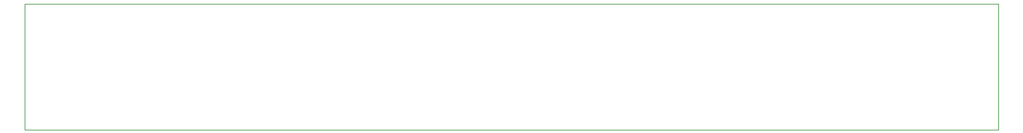
<source format=gbr>
%TF.GenerationSoftware,KiCad,Pcbnew,9.0.5*%
%TF.CreationDate,2025-10-03T12:10:45+01:00*%
%TF.ProjectId,vm_keycap_button_row,766d5f6b-6579-4636-9170-5f627574746f,0.4*%
%TF.SameCoordinates,PX876bf80PY47868c0*%
%TF.FileFunction,Other,User*%
%FSLAX45Y45*%
G04 Gerber Fmt 4.5, Leading zero omitted, Abs format (unit mm)*
G04 Created by KiCad (PCBNEW 9.0.5) date 2025-10-03 12:10:45*
%MOMM*%
%LPD*%
G01*
G04 APERTURE LIST*
%ADD10C,0.100000*%
%ADD11C,0.009990*%
%ADD12C,0.010830*%
%ADD13C,0.020870*%
%ADD14C,0.030680*%
%ADD15C,0.040730*%
%ADD16C,0.050790*%
%ADD17C,0.061260*%
%ADD18C,0.070940*%
%ADD19C,0.010740*%
%ADD20C,0.020680*%
%ADD21C,0.030950*%
%ADD22C,0.040680*%
%ADD23C,0.050650*%
%ADD24C,0.060840*%
%ADD25C,0.070650*%
%ADD26C,0.030670*%
%ADD27C,0.040760*%
%ADD28C,0.050750*%
%ADD29C,0.010820*%
%ADD30C,0.020690*%
%ADD31C,0.030830*%
%ADD32C,0.040690*%
%ADD33C,0.050840*%
%ADD34C,0.010710*%
%ADD35C,0.020780*%
%ADD36C,0.040800*%
%ADD37C,0.050870*%
%ADD38C,0.060820*%
G04 APERTURE END LIST*
D10*
X-6350000Y825000D02*
X6350000Y825000D01*
X6350000Y-825000D01*
X-6350000Y-825000D01*
X-6350000Y825000D01*
D11*
%TO.C,GS5*%
X-5500000Y825000D02*
X-5500000Y825000D01*
D12*
X-5500000Y825000D02*
X-5500000Y825000D01*
D13*
X-5500000Y825000D02*
X-5500000Y825000D01*
D14*
X-5500000Y825000D02*
X-5500000Y825000D01*
D15*
X-5500000Y825000D02*
X-5500000Y825000D01*
D16*
X-5500000Y825000D02*
X-5500000Y825000D01*
D17*
X-5500000Y825000D02*
X-5500000Y825000D01*
D18*
X-5500000Y825000D02*
X-5500000Y825000D01*
D11*
%TO.C,GS3*%
X-6350000Y250000D02*
X-6350000Y250000D01*
D19*
X-6350000Y250000D02*
X-6350000Y250000D01*
D20*
X-6350000Y250000D02*
X-6350000Y250000D01*
D21*
X-6350000Y250000D02*
X-6350000Y250000D01*
D22*
X-6350000Y250000D02*
X-6350000Y250000D01*
D23*
X-6350000Y250000D02*
X-6350000Y250000D01*
D24*
X-6350000Y250000D02*
X-6350000Y250000D01*
D25*
X-6350000Y250000D02*
X-6350000Y250000D01*
D11*
%TO.C,GS4*%
X-5700000Y825000D02*
X-5700000Y825000D01*
D12*
X-5700000Y825000D02*
X-5700000Y825000D01*
D13*
X-5700000Y825000D02*
X-5700000Y825000D01*
D26*
X-5700000Y825000D02*
X-5700000Y825000D01*
D27*
X-5700000Y825000D02*
X-5700000Y825000D01*
D28*
X-5700000Y825000D02*
X-5700000Y825000D01*
D11*
%TO.C,GS6*%
X-5900000Y825000D02*
X-5900000Y825000D01*
D29*
X-5900000Y825000D02*
X-5900000Y825000D01*
D30*
X-5900000Y825000D02*
X-5900000Y825000D01*
D31*
X-5900000Y825000D02*
X-5900000Y825000D01*
D32*
X-5900000Y825000D02*
X-5900000Y825000D01*
D33*
X-5900000Y825000D02*
X-5900000Y825000D01*
D11*
%TO.C,GS2*%
X-6350000Y-250000D02*
X-6350000Y-250000D01*
D34*
X-6350000Y-250000D02*
X-6350000Y-250000D01*
D35*
X-6350000Y-250000D02*
X-6350000Y-250000D01*
D14*
X-6350000Y-250000D02*
X-6350000Y-250000D01*
D11*
%TO.C,GS1*%
X-6350000Y0D02*
X-6350000Y0D01*
D19*
X-6350000Y0D02*
X-6350000Y0D01*
D20*
X-6350000Y0D02*
X-6350000Y0D01*
D21*
X-6350000Y0D02*
X-6350000Y0D01*
D36*
X-6350000Y0D02*
X-6350000Y0D01*
D37*
X-6350000Y0D02*
X-6350000Y0D01*
D38*
X-6350000Y0D02*
X-6350000Y0D01*
%TD*%
M02*

</source>
